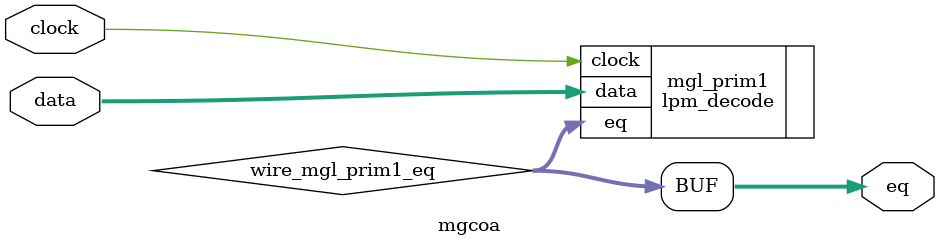
<source format=v>






//synthesis_resources = lpm_decode 1 
//synopsys translate_off
`timescale 1 ps / 1 ps
//synopsys translate_on
module  mgcoa
	( 
	clock,
	data,
	eq) /* synthesis synthesis_clearbox=1 */;
	input   clock;
	input   [7:0]  data;
	output   [255:0]  eq;

	wire  [255:0]   wire_mgl_prim1_eq;

	lpm_decode   mgl_prim1
	( 
	.clock(clock),
	.data(data),
	.eq(wire_mgl_prim1_eq));
	defparam
		mgl_prim1.lpm_decodes = 256,
		mgl_prim1.lpm_pipeline = 1,
		mgl_prim1.lpm_type = "LPM_DECODE",
		mgl_prim1.lpm_width = 8;
	assign
		eq = wire_mgl_prim1_eq;
endmodule //mgcoa
//VALID FILE

</source>
